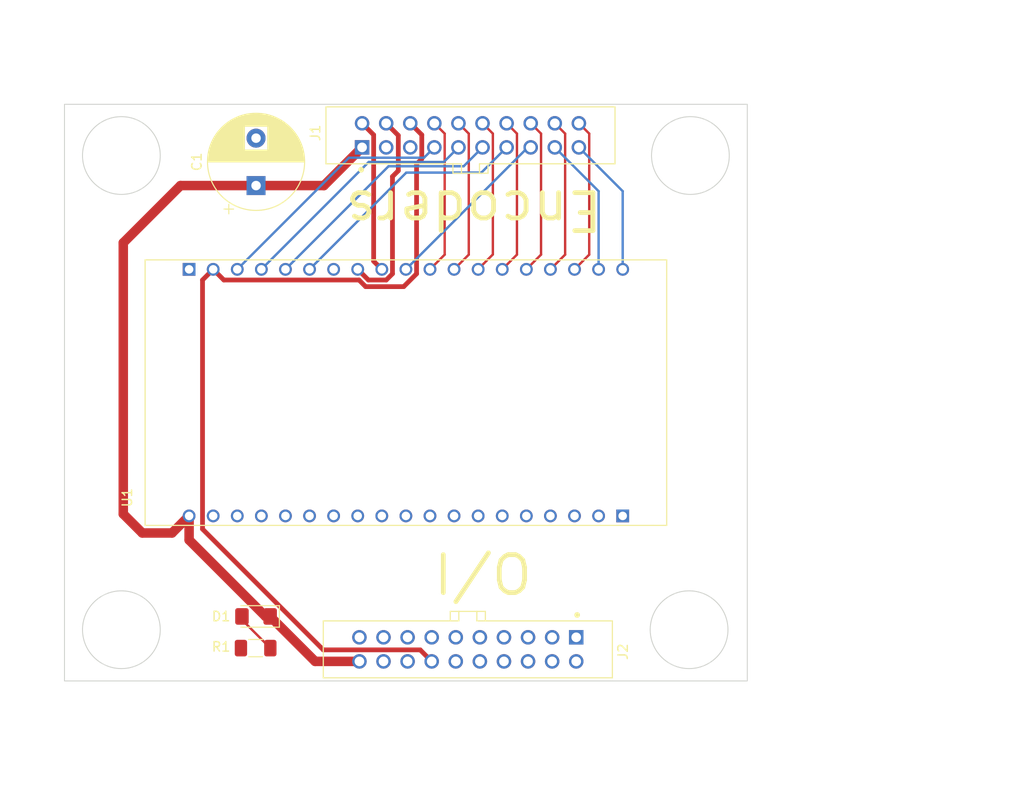
<source format=kicad_pcb>
(kicad_pcb (version 20221018) (generator pcbnew)
  (layers (0 "F.Cu" signal) (31 "B.Cu" signal) (34 "B.Paste" user) (35 "F.Paste" user) (36 "B.SilkS" user "B.Silkscreen") (37 "F.SilkS" user "F.Silkscreen") (38 "B.Mask" user) (39 "F.Mask" user) (44 "Edge.Cuts" user))
  (net 0 "")
  (net 1 "+3.3V")
  (net 2 "GND")
  (net 3 "Net-(D1-A)")
  (net 4 "CLK")
  (net 5 "MISO")
  (net 6 "MOSI")
  (net 7 "CS0_R")
  (net 8 "CS6_L")
  (net 9 "CS1_R")
  (net 10 "CS5_L")
  (net 11 "CS2_R")
  (net 12 "CS4_L")
  (net 13 "CS3_R")
  (net 14 "CS3_L")
  (net 15 "CS4_R")
  (net 16 "CS2_L")
  (net 17 "CS5_R")
  (net 18 "CS1_L")
  (net 19 "CS6_R")
  (net 20 "CS0_L")
  (footprint "Diode_SMD:D_1206_3216Metric_Pad1.42x1.75mm_HandSolder" (layer "F.Cu") (at 54.2 78.6 180)
    (fp_text reference "D1" (at 3.6875 0) (layer "F.SilkS"))
    (fp_text value "LED")
    (fp_line (start -2.46 -1.135) (end -2.46 1.135) (stroke (width 0.12)) (layer "F.SilkS"))
    (fp_line (start -2.46 1.135) (end 1.6 1.135) (stroke (width 0.12)) (layer "F.SilkS"))
    (fp_line (start 1.6 -1.135) (end -2.46 -1.135) (stroke (width 0.12)) (layer "F.SilkS"))
    (pad "1" smd roundrect (at -1.4875 0 180) (size 1.425 1.75) (layers "F.Cu" "F.Paste" "F.Mask") (roundrect_rratio 0.175439) (net 1 "+3.3V"))
    (pad "2" smd roundrect (at 1.4875 0 180) (size 1.425 1.75) (layers "F.Cu" "F.Paste" "F.Mask") (roundrect_rratio 0.175439) (net 3 "Net-(D1-A)"))
  )
  (footprint "Capacitor_THT:CP_Radial_D10.0mm_P5.00mm" (layer "F.Cu") (at 54.2 33.167677 90)
    (fp_text reference "C1" (at 2.5 -6.25 90) (layer "F.SilkS"))
    (fp_text value "C_Polarized")
    (fp_line (start -2.979646 -2.875) (end -1.979646 -2.875) (stroke (width 0.12)) (layer "F.SilkS"))
    (fp_line (start -2.479646 -3.375) (end -2.479646 -2.375) (stroke (width 0.12)) (layer "F.SilkS"))
    (fp_line (start 2.5 -5.08) (end 2.5 5.08) (stroke (width 0.12)) (layer "F.SilkS"))
    (fp_line (start 2.54 -5.08) (end 2.54 5.08) (stroke (width 0.12)) (layer "F.SilkS"))
    (fp_line (start 2.58 -5.08) (end 2.58 5.08) (stroke (width 0.12)) (layer "F.SilkS"))
    (fp_line (start 2.62 -5.079) (end 2.62 5.079) (stroke (width 0.12)) (layer "F.SilkS"))
    (fp_line (start 2.66 -5.078) (end 2.66 5.078) (stroke (width 0.12)) (layer "F.SilkS"))
    (fp_line (start 2.7 -5.077) (end 2.7 5.077) (stroke (width 0.12)) (layer "F.SilkS"))
    (fp_line (start 2.74 -5.075) (end 2.74 5.075) (stroke (width 0.12)) (layer "F.SilkS"))
    (fp_line (start 2.78 -5.073) (end 2.78 5.073) (stroke (width 0.12)) (layer "F.SilkS"))
    (fp_line (start 2.82 -5.07) (end 2.82 5.07) (stroke (width 0.12)) (layer "F.SilkS"))
    (fp_line (start 2.86 -5.068) (end 2.86 5.068) (stroke (width 0.12)) (layer "F.SilkS"))
    (fp_line (start 2.9 -5.065) (end 2.9 5.065) (stroke (width 0.12)) (layer "F.SilkS"))
    (fp_line (start 2.94 -5.062) (end 2.94 5.062) (stroke (width 0.12)) (layer "F.SilkS"))
    (fp_line (start 2.98 -5.058) (end 2.98 5.058) (stroke (width 0.12)) (layer "F.SilkS"))
    (fp_line (start 3.02 -5.054) (end 3.02 5.054) (stroke (width 0.12)) (layer "F.SilkS"))
    (fp_line (start 3.06 -5.05) (end 3.06 5.05) (stroke (width 0.12)) (layer "F.SilkS"))
    (fp_line (start 3.1 -5.045) (end 3.1 5.045) (stroke (width 0.12)) (layer "F.SilkS"))
    (fp_line (start 3.14 -5.04) (end 3.14 5.04) (stroke (width 0.12)) (layer "F.SilkS"))
    (fp_line (start 3.18 -5.035) (end 3.18 5.035) (stroke (width 0.12)) (layer "F.SilkS"))
    (fp_line (start 3.221 -5.03) (end 3.221 5.03) (stroke (width 0.12)) (layer "F.SilkS"))
    (fp_line (start 3.261 -5.024) (end 3.261 5.024) (stroke (width 0.12)) (layer "F.SilkS"))
    (fp_line (start 3.301 -5.018) (end 3.301 5.018) (stroke (width 0.12)) (layer "F.SilkS"))
    (fp_line (start 3.341 -5.011) (end 3.341 5.011) (stroke (width 0.12)) (layer "F.SilkS"))
    (fp_line (start 3.381 -5.004) (end 3.381 5.004) (stroke (width 0.12)) (layer "F.SilkS"))
    (fp_line (start 3.421 -4.997) (end 3.421 4.997) (stroke (width 0.12)) (layer "F.SilkS"))
    (fp_line (start 3.461 -4.99) (end 3.461 4.99) (stroke (width 0.12)) (layer "F.SilkS"))
    (fp_line (start 3.501 -4.982) (end 3.501 4.982) (stroke (width 0.12)) (layer "F.SilkS"))
    (fp_line (start 3.541 -4.974) (end 3.541 4.974) (stroke (width 0.12)) (layer "F.SilkS"))
    (fp_line (start 3.581 -4.965) (end 3.581 4.965) (stroke (width 0.12)) (layer "F.SilkS"))
    (fp_line (start 3.621 -4.956) (end 3.621 4.956) (stroke (width 0.12)) (layer "F.SilkS"))
    (fp_line (start 3.661 -4.947) (end 3.661 4.947) (stroke (width 0.12)) (layer "F.SilkS"))
    (fp_line (start 3.701 -4.938) (end 3.701 4.938) (stroke (width 0.12)) (layer "F.SilkS"))
    (fp_line (start 3.741 -4.928) (end 3.741 4.928) (stroke (width 0.12)) (layer "F.SilkS"))
    (fp_line (start 3.781 -4.918) (end 3.781 -1.241) (stroke (width 0.12)) (layer "F.SilkS"))
    (fp_line (start 3.781 1.241) (end 3.781 4.918) (stroke (width 0.12)) (layer "F.SilkS"))
    (fp_line (start 3.821 -4.907) (end 3.821 -1.241) (stroke (width 0.12)) (layer "F.SilkS"))
    (fp_line (start 3.821 1.241) (end 3.821 4.907) (stroke (width 0.12)) (layer "F.SilkS"))
    (fp_line (start 3.861 -4.897) (end 3.861 -1.241) (stroke (width 0.12)) (layer "F.SilkS"))
    (fp_line (start 3.861 1.241) (end 3.861 4.897) (stroke (width 0.12)) (layer "F.SilkS"))
    (fp_line (start 3.901 -4.885) (end 3.901 -1.241) (stroke (width 0.12)) (layer "F.SilkS"))
    (fp_line (start 3.901 1.241) (end 3.901 4.885) (stroke (width 0.12)) (layer "F.SilkS"))
    (fp_line (start 3.941 -4.874) (end 3.941 -1.241) (stroke (width 0.12)) (layer "F.SilkS"))
    (fp_line (start 3.941 1.241) (end 3.941 4.874) (stroke (width 0.12)) (layer "F.SilkS"))
    (fp_line (start 3.981 -4.862) (end 3.981 -1.241) (stroke (width 0.12)) (layer "F.SilkS"))
    (fp_line (start 3.981 1.241) (end 3.981 4.862) (stroke (width 0.12)) (layer "F.SilkS"))
    (fp_line (start 4.021 -4.85) (end 4.021 -1.241) (stroke (width 0.12)) (layer "F.SilkS"))
    (fp_line (start 4.021 1.241) (end 4.021 4.85) (stroke (width 0.12)) (layer "F.SilkS"))
    (fp_line (start 4.061 -4.837) (end 4.061 -1.241) (stroke (width 0.12)) (layer "F.SilkS"))
    (fp_line (start 4.061 1.241) (end 4.061 4.837) (stroke (width 0.12)) (layer "F.SilkS"))
    (fp_line (start 4.101 -4.824) (end 4.101 -1.241) (stroke (width 0.12)) (layer "F.SilkS"))
    (fp_line (start 4.101 1.241) (end 4.101 4.824) (stroke (width 0.12)) (layer "F.SilkS"))
    (fp_line (start 4.141 -4.811) (end 4.141 -1.241) (stroke (width 0.12)) (layer "F.SilkS"))
    (fp_line (start 4.141 1.241) (end 4.141 4.811) (stroke (width 0.12)) (layer "F.SilkS"))
    (fp_line (start 4.181 -4.797) (end 4.181 -1.241) (stroke (width 0.12)) (layer "F.SilkS"))
    (fp_line (start 4.181 1.241) (end 4.181 4.797) (stroke (width 0.12)) (layer "F.SilkS"))
    (fp_line (start 4.221 -4.783) (end 4.221 -1.241) (stroke (width 0.12)) (layer "F.SilkS"))
    (fp_line (start 4.221 1.241) (end 4.221 4.783) (stroke (width 0.12)) (layer "F.SilkS"))
    (fp_line (start 4.261 -4.768) (end 4.261 -1.241) (stroke (width 0.12)) (layer "F.SilkS"))
    (fp_line (start 4.261 1.241) (end 4.261 4.768) (stroke (width 0.12)) (layer "F.SilkS"))
    (fp_line (start 4.301 -4.754) (end 4.301 -1.241) (stroke (width 0.12)) (layer "F.SilkS"))
    (fp_line (start 4.301 1.241) (end 4.301 4.754) (stroke (width 0.12)) (layer "F.SilkS"))
    (fp_line (start 4.341 -4.738) (end 4.341 -1.241) (stroke (width 0.12)) (layer "F.SilkS"))
    (fp_line (start 4.341 1.241) (end 4.341 4.738) (stroke (width 0.12)) (layer "F.SilkS"))
    (fp_line (start 4.381 -4.723) (end 4.381 -1.241) (stroke (width 0.12)) (layer "F.SilkS"))
    (fp_line (start 4.381 1.241) (end 4.381 4.723) (stroke (width 0.12)) (layer "F.SilkS"))
    (fp_line (start 4.421 -4.707) (end 4.421 -1.241) (stroke (width 0.12)) (layer "F.SilkS"))
    (fp_line (start 4.421 1.241) (end 4.421 4.707) (stroke (width 0.12)) (layer "F.SilkS"))
    (fp_line (start 4.461 -4.69) (end 4.461 -1.241) (stroke (width 0.12)) (layer "F.SilkS"))
    (fp_line (start 4.461 1.241) (end 4.461 4.69) (stroke (width 0.12)) (layer "F.SilkS"))
    (fp_line (start 4.501 -4.674) (end 4.501 -1.241) (stroke (width 0.12)) (layer "F.SilkS"))
    (fp_line (start 4.501 1.241) (end 4.501 4.674) (stroke (width 0.12)) (layer "F.SilkS"))
    (fp_line (start 4.541 -4.657) (end 4.541 -1.241) (stroke (width 0.12)) (layer "F.SilkS"))
    (fp_line (start 4.541 1.241) (end 4.541 4.657) (stroke (width 0.12)) (layer "F.SilkS"))
    (fp_line (start 4.581 -4.639) (end 4.581 -1.241) (stroke (width 0.12)) (layer "F.SilkS"))
    (fp_line (start 4.581 1.241) (end 4.581 4.639) (stroke (width 0.12)) (layer "F.SilkS"))
    (fp_line (start 4.621 -4.621) (end 4.621 -1.241) (stroke (width 0.12)) (layer "F.SilkS"))
    (fp_line (start 4.621 1.241) (end 4.621 4.621) (stroke (width 0.12)) (layer "F.SilkS"))
    (fp_line (start 4.661 -4.603) (end 4.661 -1.241) (stroke (width 0.12)) (layer "F.SilkS"))
    (fp_line (start 4.661 1.241) (end 4.661 4.603) (stroke (width 0.12)) (layer "F.SilkS"))
    (fp_line (start 4.701 -4.584) (end 4.701 -1.241) (stroke (width 0.12)) (layer "F.SilkS"))
    (fp_line (start 4.701 1.241) (end 4.701 4.584) (stroke (width 0.12)) (layer "F.SilkS"))
    (fp_line (start 4.741 -4.564) (end 4.741 -1.241) (stroke (width 0.12)) (layer "F.SilkS"))
    (fp_line (start 4.741 1.241) (end 4.741 4.564) (stroke (width 0.12)) (layer "F.SilkS"))
    (fp_line (start 4.781 -4.545) (end 4.781 -1.241) (stroke (width 0.12)) (layer "F.SilkS"))
    (fp_line (start 4.781 1.241) (end 4.781 4.545) (stroke (width 0.12)) (layer "F.SilkS"))
    (fp_line (start 4.821 -4.525) (end 4.821 -1.241) (stroke (width 0.12)) (layer "F.SilkS"))
    (fp_line (start 4.821 1.241) (end 4.821 4.525) (stroke (width 0.12)) (layer "F.SilkS"))
    (fp_line (start 4.861 -4.504) (end 4.861 -1.241) (stroke (width 0.12)) (layer "F.SilkS"))
    (fp_line (start 4.861 1.241) (end 4.861 4.504) (stroke (width 0.12)) (layer "F.SilkS"))
    (fp_line (start 4.901 -4.483) (end 4.901 -1.241) (stroke (width 0.12)) (layer "F.SilkS"))
    (fp_line (start 4.901 1.241) (end 4.901 4.483) (stroke (width 0.12)) (layer "F.SilkS"))
    (fp_line (start 4.941 -4.462) (end 4.941 -1.241) (stroke (width 0.12)) (layer "F.SilkS"))
    (fp_line (start 4.941 1.241) (end 4.941 4.462) (stroke (width 0.12)) (layer "F.SilkS"))
    (fp_line (start 4.981 -4.44) (end 4.981 -1.241) (stroke (width 0.12)) (layer "F.SilkS"))
    (fp_line (start 4.981 1.241) (end 4.981 4.44) (stroke (width 0.12)) (layer "F.SilkS"))
    (fp_line (start 5.021 -4.417) (end 5.021 -1.241) (stroke (width 0.12)) (layer "F.SilkS"))
    (fp_line (start 5.021 1.241) (end 5.021 4.417) (stroke (width 0.12)) (layer "F.SilkS"))
    (fp_line (start 5.061 -4.395) (end 5.061 -1.241) (stroke (width 0.12)) (layer "F.SilkS"))
    (fp_line (start 5.061 1.241) (end 5.061 4.395) (stroke (width 0.12)) (layer "F.SilkS"))
    (fp_line (start 5.101 -4.371) (end 5.101 -1.241) (stroke (width 0.12)) (layer "F.SilkS"))
    (fp_line (start 5.101 1.241) (end 5.101 4.371) (stroke (width 0.12)) (layer "F.SilkS"))
    (fp_line (start 5.141 -4.347) (end 5.141 -1.241) (stroke (width 0.12)) (layer "F.SilkS"))
    (fp_line (start 5.141 1.241) (end 5.141 4.347) (stroke (width 0.12)) (layer "F.SilkS"))
    (fp_line (start 5.181 -4.323) (end 5.181 -1.241) (stroke (width 0.12)) (layer "F.SilkS"))
    (fp_line (start 5.181 1.241) (end 5.181 4.323) (stroke (width 0.12)) (layer "F.SilkS"))
    (fp_line (start 5.221 -4.298) (end 5.221 -1.241) (stroke (width 0.12)) (layer "F.SilkS"))
    (fp_line (start 5.221 1.241) (end 5.221 4.298) (stroke (width 0.12)) (layer "F.SilkS"))
    (fp_line (start 5.261 -4.273) (end 5.261 -1.241) (stroke (width 0.12)) (layer "F.SilkS"))
    (fp_line (start 5.261 1.241) (end 5.261 4.273) (stroke (width 0.12)) (layer "F.SilkS"))
    (fp_line (start 5.301 -4.247) (end 5.301 -1.241) (stroke (width 0.12)) (layer "F.SilkS"))
    (fp_line (start 5.301 1.241) (end 5.301 4.247) (stroke (width 0.12)) (layer "F.SilkS"))
    (fp_line (start 5.341 -4.221) (end 5.341 -1.241) (stroke (width 0.12)) (layer "F.SilkS"))
    (fp_line (start 5.341 1.241) (end 5.341 4.221) (stroke (width 0.12)) (layer "F.SilkS"))
    (fp_line (start 5.381 -4.194) (end 5.381 -1.241) (stroke (width 0.12)) (layer "F.SilkS"))
    (fp_line (start 5.381 1.241) (end 5.381 4.194) (stroke (width 0.12)) (layer "F.SilkS"))
    (fp_line (start 5.421 -4.166) (end 5.421 -1.241) (stroke (width 0.12)) (layer "F.SilkS"))
    (fp_line (start 5.421 1.241) (end 5.421 4.166) (stroke (width 0.12)) (layer "F.SilkS"))
    (fp_line (start 5.461 -4.138) (end 5.461 -1.241) (stroke (width 0.12)) (layer "F.SilkS"))
    (fp_line (start 5.461 1.241) (end 5.461 4.138) (stroke (width 0.12)) (layer "F.SilkS"))
    (fp_line (start 5.501 -4.11) (end 5.501 -1.241) (stroke (width 0.12)) (layer "F.SilkS"))
    (fp_line (start 5.501 1.241) (end 5.501 4.11) (stroke (width 0.12)) (layer "F.SilkS"))
    (fp_line (start 5.541 -4.08) (end 5.541 -1.241) (stroke (width 0.12)) (layer "F.SilkS"))
    (fp_line (start 5.541 1.241) (end 5.541 4.08) (stroke (width 0.12)) (layer "F.SilkS"))
    (fp_line (start 5.581 -4.05) (end 5.581 -1.241) (stroke (width 0.12)) (layer "F.SilkS"))
    (fp_line (start 5.581 1.241) (end 5.581 4.05) (stroke (width 0.12)) (layer "F.SilkS"))
    (fp_line (start 5.621 -4.02) (end 5.621 -1.241) (stroke (width 0.12)) (layer "F.SilkS"))
    (fp_line (start 5.621 1.241) (end 5.621 4.02) (stroke (width 0.12)) (layer "F.SilkS"))
    (fp_line (start 5.661 -3.989) (end 5.661 -1.241) (stroke (width 0.12)) (layer "F.SilkS"))
    (fp_line (start 5.661 1.241) (end 5.661 3.989) (stroke (width 0.12)) (layer "F.SilkS"))
    (fp_line (start 5.701 -3.957) (end 5.701 -1.241) (stroke (width 0.12)) (layer "F.SilkS"))
    (fp_line (start 5.701 1.241) (end 5.701 3.957) (stroke (width 0.12)) (layer "F.SilkS"))
    (fp_line (start 5.741 -3.925) (end 5.741 -1.241) (stroke (width 0.12)) (layer "F.SilkS"))
    (fp_line (start 5.741 1.241) (end 5.741 3.925) (stroke (width 0.12)) (layer "F.SilkS"))
    (fp_line (start 5.781 -3.892) (end 5.781 -1.241) (stroke (width 0.12)) (layer "F.SilkS"))
    (fp_line (start 5.781 1.241) (end 5.781 3.892) (stroke (width 0.12)) (layer "F.SilkS"))
    (fp_line (start 5.821 -3.858) (end 5.821 -1.241) (stroke (width 0.12)) (layer "F.SilkS"))
    (fp_line (start 5.821 1.241) (end 5.821 3.858) (stroke (width 0.12)) (layer "F.SilkS"))
    (fp_line (start 5.861 -3.824) (end 5.861 -1.241) (stroke (width 0.12)) (layer "F.SilkS"))
    (fp_line (start 5.861 1.241) (end 5.861 3.824) (stroke (width 0.12)) (layer "F.SilkS"))
    (fp_line (start 5.901 -3.789) (end 5.901 -1.241) (stroke (width 0.12)) (layer "F.SilkS"))
    (fp_line (start 5.901 1.241) (end 5.901 3.789) (stroke (width 0.12)) (layer "F.SilkS"))
    (fp_line (start 5.941 -3.753) (end 5.941 -1.241) (stroke (width 0.12)) (layer "F.SilkS"))
    (fp_line (start 5.941 1.241) (end 5.941 3.753) (stroke (width 0.12)) (layer "F.SilkS"))
    (fp_line (start 5.981 -3.716) (end 5.981 -1.241) (stroke (width 0.12)) (layer "F.SilkS"))
    (fp_line (start 5.981 1.241) (end 5.981 3.716) (stroke (width 0.12)) (layer "F.SilkS"))
    (fp_line (start 6.021 -3.679) (end 6.021 -1.241) (stroke (width 0.12)) (layer "F.SilkS"))
    (fp_line (start 6.021 1.241) (end 6.021 3.679) (stroke (width 0.12)) (layer "F.SilkS"))
    (fp_line (start 6.061 -3.64) (end 6.061 -1.241) (stroke (width 0.12)) (layer "F.SilkS"))
    (fp_line (start 6.061 1.241) (end 6.061 3.64) (stroke (width 0.12)) (layer "F.SilkS"))
    (fp_line (start 6.101 -3.601) (end 6.101 -1.241) (stroke (width 0.12)) (layer "F.SilkS"))
    (fp_line (start 6.101 1.241) (end 6.101 3.601) (stroke (width 0.12)) (layer "F.SilkS"))
    (fp_line (start 6.141 -3.561) (end 6.141 -1.241) (stroke (width 0.12)) (layer "F.SilkS"))
    (fp_line (start 6.141 1.241) (end 6.141 3.561) (stroke (width 0.12)) (layer "F.SilkS"))
    (fp_line (start 6.181 -3.52) (end 6.181 -1.241) (stroke (width 0.12)) (layer "F.SilkS"))
    (fp_line (start 6.181 1.241) (end 6.181 3.52) (stroke (width 0.12)) (layer "F.SilkS"))
    (fp_line (start 6.221 -3.478) (end 6.221 -1.241) (stroke (width 0.12)) (layer "F.SilkS"))
    (fp_line (start 6.221 1.241) (end 6.221 3.478) (stroke (width 0.12)) (layer "F.SilkS"))
    (fp_line (start 6.261 -3.436) (end 6.261 3.436) (stroke (width 0.12)) (layer "F.SilkS"))
    (fp_line (start 6.301 -3.392) (end 6.301 3.392) (stroke (width 0.12)) (layer "F.SilkS"))
    (fp_line (start 6.341 -3.347) (end 6.341 3.347) (stroke (width 0.12)) (layer "F.SilkS"))
    (fp_line (start 6.381 -3.301) (end 6.381 3.301) (stroke (width 0.12)) (layer "F.SilkS"))
    (fp_line (start 6.421 -3.254) (end 6.421 3.254) (stroke (width 0.12)) (layer "F.SilkS"))
    (fp_line (start 6.461 -3.206) (end 6.461 3.206) (stroke (width 0.12)) (layer "F.SilkS"))
    (fp_line (start 6.501 -3.156) (end 6.501 3.156) (stroke (width 0.12)) (layer "F.SilkS"))
    (fp_line (start 6.541 -3.106) (end 6.541 3.106) (stroke (width 0.12)) (layer "F.SilkS"))
    (fp_line (start 6.581 -3.054) (end 6.581 3.054) (stroke (width 0.12)) (layer "F.SilkS"))
    (fp_line (start 6.621 -3) (end 6.621 3) (stroke (width 0.12)) (layer "F.SilkS"))
    (fp_line (start 6.661 -2.945) (end 6.661 2.945) (stroke (width 0.12)) (layer "F.SilkS"))
    (fp_line (start 6.701 -2.889) (end 6.701 2.889) (stroke (width 0.12)) (layer "F.SilkS"))
    (fp_line (start 6.741 -2.83) (end 6.741 2.83) (stroke (width 0.12)) (layer "F.SilkS"))
    (fp_line (start 6.781 -2.77) (end 6.781 2.77) (stroke (width 0.12)) (layer "F.SilkS"))
    (fp_line (start 6.821 -2.709) (end 6.821 2.709) (stroke (width 0.12)) (layer "F.SilkS"))
    (fp_line (start 6.861 -2.645) (end 6.861 2.645) (stroke (width 0.12)) (layer "F.SilkS"))
    (fp_line (start 6.901 -2.579) (end 6.901 2.579) (stroke (width 0.12)) (layer "F.SilkS"))
    (fp_line (start 6.941 -2.51) (end 6.941 2.51) (stroke (width 0.12)) (layer "F.SilkS"))
    (fp_line (start 6.981 -2.439) (end 6.981 2.439) (stroke (width 0.12)) (layer "F.SilkS"))
    (fp_line (start 7.021 -2.365) (end 7.021 2.365) (stroke (width 0.12)) (layer "F.SilkS"))
    (fp_line (start 7.061 -2.289) (end 7.061 2.289) (stroke (width 0.12)) (layer "F.SilkS"))
    (fp_line (start 7.101 -2.209) (end 7.101 2.209) (stroke (width 0.12)) (layer "F.SilkS"))
    (fp_line (start 7.141 -2.125) (end 7.141 2.125) (stroke (width 0.12)) (layer "F.SilkS"))
    (fp_line (start 7.181 -2.037) (end 7.181 2.037) (stroke (width 0.12)) (layer "F.SilkS"))
    (fp_line (start 7.221 -1.944) (end 7.221 1.944) (stroke (width 0.12)) (layer "F.SilkS"))
    (fp_line (start 7.261 -1.846) (end 7.261 1.846) (stroke (width 0.12)) (layer "F.SilkS"))
    (fp_line (start 7.301 -1.742) (end 7.301 1.742) (stroke (width 0.12)) (layer "F.SilkS"))
    (fp_line (start 7.341 -1.63) (end 7.341 1.63) (stroke (width 0.12)) (layer "F.SilkS"))
    (fp_line (start 7.381 -1.51) (end 7.381 1.51) (stroke (width 0.12)) (layer "F.SilkS"))
    (fp_line (start 7.421 -1.378) (end 7.421 1.378) (stroke (width 0.12)) (layer "F.SilkS"))
    (fp_line (start 7.461 -1.23) (end 7.461 1.23) (stroke (width 0.12)) (layer "F.SilkS"))
    (fp_line (start 7.501 -1.062) (end 7.501 1.062) (stroke (width 0.12)) (layer "F.SilkS"))
    (fp_line (start 7.541 -0.862) (end 7.541 0.862) (stroke (width 0.12)) (layer "F.SilkS"))
    (fp_line (start 7.581 -0.599) (end 7.581 0.599) (stroke (width 0.12)) (layer "F.SilkS"))
    (fp_circle (center 2.5 0) (end 7.62 0) (stroke (width 0.12)) (fill none) (layer "F.SilkS"))
    (pad "1" thru_hole rect (at 0 0 90) (size 2 2) (drill 1) (layers "*.Cu" "*.Mask") (net 1 "+3.3V"))
    (pad "2" thru_hole circle (at 5 0 90) (size 2 2) (drill 1) (layers "*.Cu" "*.Mask") (net 2 "GND"))
  )
  (footprint "ESP32_NODEMCU:MODULE_ESP32_NODEMCU" (layer "F.Cu") (at 70 55 90)
    (fp_text reference "U1" (at -11.075 -29.385 90) (layer "F.SilkS"))
    (fp_text value "ESP32_NODEMCU")
    (fp_line (start -14 -27.5) (end -14 27.5) (stroke (width 0.127)) (layer "F.SilkS"))
    (fp_line (start -14 -27.5) (end 14 -27.5) (stroke (width 0.127)) (layer "F.SilkS"))
    (fp_line (start -14 27.5) (end 14 27.5) (stroke (width 0.127)) (layer "F.SilkS"))
    (fp_line (start 14 -27.5) (end 14 27.5) (stroke (width 0.127)) (layer "F.SilkS"))
    (pad "" np_thru_hole circle (at -12.5 -26 90) (size 2.25 2.25) (drill 2.25) (layers "*.Cu" "*.Mask"))
    (pad "" np_thru_hole circle (at -12.5 26 90) (size 2.25 2.25) (drill 2.25) (layers "*.Cu" "*.Mask"))
    (pad "" np_thru_hole circle (at 12.5 -26 90) (size 2.25 2.25) (drill 2.25) (layers "*.Cu" "*.Mask"))
    (pad "" np_thru_hole circle (at 12.5 26 90) (size 2.25 2.25) (drill 2.25) (layers "*.Cu" "*.Mask"))
    (pad "J4_1" thru_hole rect (at 13 -22.86 90) (size 1.35 1.35) (drill 0.9) (layers "*.Cu" "*.Mask") (net 2 "GND"))
    (pad "J4_2" thru_hole circle (at 13 -20.32 90) (size 1.35 1.35) (drill 0.9) (layers "*.Cu" "*.Mask") (net 6 "MOSI"))
    (pad "J4_3" thru_hole circle (at 13 -17.78 90) (size 1.35 1.35) (drill 0.9) (layers "*.Cu" "*.Mask") (net 7 "CS0_R"))
    (pad "J4_4" thru_hole circle (at 13 -15.24 90) (size 1.35 1.35) (drill 0.9) (layers "*.Cu" "*.Mask") (net 9 "CS1_R"))
    (pad "J4_5" thru_hole circle (at 13 -12.7 90) (size 1.35 1.35) (drill 0.9) (layers "*.Cu" "*.Mask") (net 11 "CS2_R"))
    (pad "J4_6" thru_hole circle (at 13 -10.16 90) (size 1.35 1.35) (drill 0.9) (layers "*.Cu" "*.Mask") (net 13 "CS3_R"))
    (pad "J4_7" thru_hole circle (at 13 -7.62 90) (size 1.35 1.35) (drill 0.9) (layers "*.Cu" "*.Mask") (net 2 "GND"))
    (pad "J4_8" thru_hole circle (at 13 -5.08 90) (size 1.35 1.35) (drill 0.9) (layers "*.Cu" "*.Mask") (net 5 "MISO"))
    (pad "J4_9" thru_hole circle (at 13 -2.54 90) (size 1.35 1.35) (drill 0.9) (layers "*.Cu" "*.Mask") (net 4 "CLK"))
    (pad "J4_10" thru_hole circle (at 13 0 90) (size 1.35 1.35) (drill 0.9) (layers "*.Cu" "*.Mask") (net 15 "CS4_R"))
    (pad "J4_11" thru_hole circle (at 13 2.54 90) (size 1.35 1.35) (drill 0.9) (layers "*.Cu" "*.Mask") (net 8 "CS6_L"))
    (pad "J4_12" thru_hole circle (at 13 5.08 90) (size 1.35 1.35) (drill 0.9) (layers "*.Cu" "*.Mask") (net 10 "CS5_L"))
    (pad "J4_13" thru_hole circle (at 13 7.62 90) (size 1.35 1.35) (drill 0.9) (layers "*.Cu" "*.Mask") (net 12 "CS4_L"))
    (pad "J4_14" thru_hole circle (at 13 10.16 90) (size 1.35 1.35) (drill 0.9) (layers "*.Cu" "*.Mask") (net 14 "CS3_L"))
    (pad "J4_15" thru_hole circle (at 13 12.7 90) (size 1.35 1.35) (drill 0.9) (layers "*.Cu" "*.Mask") (net 16 "CS2_L"))
    (pad "J4_16" thru_hole circle (at 13 15.24 90) (size 1.35 1.35) (drill 0.9) (layers "*.Cu" "*.Mask") (net 18 "CS1_L"))
    (pad "J4_17" thru_hole circle (at 13 17.78 90) (size 1.35 1.35) (drill 0.9) (layers "*.Cu" "*.Mask") (net 20 "CS0_L"))
    (pad "J4_18" thru_hole circle (at 13 20.32 90) (size 1.35 1.35) (drill 0.9) (layers "*.Cu" "*.Mask") (net 17 "CS5_R"))
    (pad "J4_19" thru_hole circle (at 13 22.86 90) (size 1.35 1.35) (drill 0.9) (layers "*.Cu" "*.Mask") (net 19 "CS6_R"))
    (pad "J5_1" thru_hole rect (at -13 22.86 90) (size 1.35 1.35) (drill 0.9) (layers "*.Cu" "*.Mask"))
    (pad "J5_2" thru_hole circle (at -13 20.32 90) (size 1.35 1.35) (drill 0.9) (layers "*.Cu" "*.Mask"))
    (pad "J5_3" thru_hole circle (at -13 17.78 90) (size 1.35 1.35) (drill 0.9) (layers "*.Cu" "*.Mask"))
    (pad "J5_4" thru_hole circle (at -13 15.24 90) (size 1.35 1.35) (drill 0.9) (layers "*.Cu" "*.Mask"))
    (pad "J5_5" thru_hole circle (at -13 12.7 90) (size 1.35 1.35) (drill 0.9) (layers "*.Cu" "*.Mask"))
    (pad "J5_6" thru_hole circle (at -13 10.16 90) (size 1.35 1.35) (drill 0.9) (layers "*.Cu" "*.Mask") (net 2 "GND"))
    (pad "J5_7" thru_hole circle (at -13 7.62 90) (size 1.35 1.35) (drill 0.9) (layers "*.Cu" "*.Mask"))
    (pad "J5_8" thru_hole circle (at -13 5.08 90) (size 1.35 1.35) (drill 0.9) (layers "*.Cu" "*.Mask"))
    (pad "J5_9" thru_hole circle (at -13 2.54 90) (size 1.35 1.35) (drill 0.9) (layers "*.Cu" "*.Mask"))
    (pad "J5_10" thru_hole circle (at -13 0 90) (size 1.35 1.35) (drill 0.9) (layers "*.Cu" "*.Mask"))
    (pad "J5_11" thru_hole circle (at -13 -2.54 90) (size 1.35 1.35) (drill 0.9) (layers "*.Cu" "*.Mask"))
    (pad "J5_12" thru_hole circle (at -13 -5.08 90) (size 1.35 1.35) (drill 0.9) (layers "*.Cu" "*.Mask"))
    (pad "J5_13" thru_hole circle (at -13 -7.62 90) (size 1.35 1.35) (drill 0.9) (layers "*.Cu" "*.Mask"))
    (pad "J5_14" thru_hole circle (at -13 -10.16 90) (size 1.35 1.35) (drill 0.9) (layers "*.Cu" "*.Mask"))
    (pad "J5_15" thru_hole circle (at -13 -12.7 90) (size 1.35 1.35) (drill 0.9) (layers "*.Cu" "*.Mask"))
    (pad "J5_16" thru_hole circle (at -13 -15.24 90) (size 1.35 1.35) (drill 0.9) (layers "*.Cu" "*.Mask"))
    (pad "J5_17" thru_hole circle (at -13 -17.78 90) (size 1.35 1.35) (drill 0.9) (layers "*.Cu" "*.Mask"))
    (pad "J5_18" thru_hole circle (at -13 -20.32 90) (size 1.35 1.35) (drill 0.9) (layers "*.Cu" "*.Mask"))
    (pad "J5_19" thru_hole circle (at -13 -22.86 90) (size 1.35 1.35) (drill 0.9) (layers "*.Cu" "*.Mask") (net 1 "+3.3V"))
  )
  (footprint "SFH11-PBPC-D10-ST-BK:SULLINS_SFH11-PBPC-D10-ST-BK" (layer "F.Cu") (at 76.81 27.87 90)
    (fp_text reference "J1" (at 0.254485 -16.356695 90) (layer "F.SilkS") (effects (font (size 1.001882 1.001882))))
    (fp_text value "Encoder")
    (fp_line (start -4 -1.85) (end -4 -0.95) (stroke (width 0.127)) (layer "F.SilkS"))
    (fp_line (start -4 -0.95) (end -4 0.95) (stroke (width 0.127)) (layer "F.SilkS"))
    (fp_line (start -4 0.95) (end -4 1.85) (stroke (width 0.127)) (layer "F.SilkS"))
    (fp_line (start -4 0.95) (end -3 0.95) (stroke (width 0.127)) (layer "F.SilkS"))
    (fp_line (start -4 1.85) (end -3 1.85) (stroke (width 0.127)) (layer "F.SilkS"))
    (fp_line (start -3 -15.24) (end 3 -15.24) (stroke (width 0.127)) (layer "F.SilkS"))
    (fp_line (start -3 -1.85) (end -4 -1.85) (stroke (width 0.127)) (layer "F.SilkS"))
    (fp_line (start -3 -1.85) (end -3 -15.24) (stroke (width 0.127)) (layer "F.SilkS"))
    (fp_line (start -3 -1.85) (end -3 -0.95) (stroke (width 0.127)) (layer "F.SilkS"))
    (fp_line (start -3 -0.95) (end -4 -0.95) (stroke (width 0.127)) (layer "F.SilkS"))
    (fp_line (start -3 0.95) (end -3 1.85) (stroke (width 0.127)) (layer "F.SilkS"))
    (fp_line (start -3 15.24) (end -3 1.85) (stroke (width 0.127)) (layer "F.SilkS"))
    (fp_line (start 3 -15.24) (end 3 15.24) (stroke (width 0.127)) (layer "F.SilkS"))
    (fp_line (start 3 15.24) (end -3 15.24) (stroke (width 0.127)) (layer "F.SilkS"))
    (fp_circle (center -3.626 -11.53) (end -3.476 -11.53) (stroke (width 0.3)) (fill none) (layer "F.SilkS"))
    (pad "1" thru_hole rect (at -1.27 -11.43 90) (size 1.53 1.53) (drill 1.02) (layers "*.Cu" "*.Mask") (net 1 "+3.3V"))
    (pad "2" thru_hole circle (at 1.27 -11.43 90) (size 1.53 1.53) (drill 1.02) (layers "*.Cu" "*.Mask") (net 4 "CLK"))
    (pad "3" thru_hole circle (at -1.27 -8.89 90) (size 1.53 1.53) (drill 1.02) (layers "*.Cu" "*.Mask") (net 2 "GND"))
    (pad "4" thru_hole circle (at 1.27 -8.89 90) (size 1.53 1.53) (drill 1.02) (layers "*.Cu" "*.Mask") (net 5 "MISO"))
    (pad "5" thru_hole circle (at -1.27 -6.35 90) (size 1.53 1.53) (drill 1.02) (layers "*.Cu" "*.Mask") (net 2 "GND"))
    (pad "6" thru_hole circle (at 1.27 -6.35 90) (size 1.53 1.53) (drill 1.02) (layers "*.Cu" "*.Mask") (net 6 "MOSI"))
    (pad "7" thru_hole circle (at -1.27 -3.81 90) (size 1.53 1.53) (drill 1.02) (layers "*.Cu" "*.Mask") (net 7 "CS0_R"))
    (pad "8" thru_hole circle (at 1.27 -3.81 90) (size 1.53 1.53) (drill 1.02) (layers "*.Cu" "*.Mask") (net 8 "CS6_L"))
    (pad "9" thru_hole circle (at -1.27 -1.27 90) (size 1.53 1.53) (drill 1.02) (layers "*.Cu" "*.Mask") (net 9 "CS1_R"))
    (pad "10" thru_hole circle (at 1.27 -1.27 90) (size 1.53 1.53) (drill 1.02) (layers "*.Cu" "*.Mask") (net 10 "CS5_L"))
    (pad "11" thru_hole circle (at -1.27 1.27 90) (size 1.53 1.53) (drill 1.02) (layers "*.Cu" "*.Mask") (net 11 "CS2_R"))
    (pad "12" thru_hole circle (at 1.27 1.27 90) (size 1.53 1.53) (drill 1.02) (layers "*.Cu" "*.Mask") (net 12 "CS4_L"))
    (pad "13" thru_hole circle (at -1.27 3.81 90) (size 1.53 1.53) (drill 1.02) (layers "*.Cu" "*.Mask") (net 13 "CS3_R"))
    (pad "14" thru_hole circle (at 1.27 3.81 90) (size 1.53 1.53) (drill 1.02) (layers "*.Cu" "*.Mask") (net 14 "CS3_L"))
    (pad "15" thru_hole circle (at -1.27 6.35 90) (size 1.53 1.53) (drill 1.02) (layers "*.Cu" "*.Mask") (net 15 "CS4_R"))
    (pad "16" thru_hole circle (at 1.27 6.35 90) (size 1.53 1.53) (drill 1.02) (layers "*.Cu" "*.Mask") (net 16 "CS2_L"))
    (pad "17" thru_hole circle (at -1.27 8.89 90) (size 1.53 1.53) (drill 1.02) (layers "*.Cu" "*.Mask") (net 17 "CS5_R"))
    (pad "18" thru_hole circle (at 1.27 8.89 90) (size 1.53 1.53) (drill 1.02) (layers "*.Cu" "*.Mask") (net 18 "CS1_L"))
    (pad "19" thru_hole circle (at -1.27 11.43 90) (size 1.53 1.53) (drill 1.02) (layers "*.Cu" "*.Mask") (net 19 "CS6_R"))
    (pad "20" thru_hole circle (at 1.27 11.43 90) (size 1.53 1.53) (drill 1.02) (layers "*.Cu" "*.Mask") (net 20 "CS0_L"))
  )
  (footprint "Resistor_SMD:R_1206_3216Metric_Pad1.30x1.75mm_HandSolder" (layer "F.Cu") (at 54.155 81.94)
    (fp_text reference "R1" (at -3.6425 -0.14) (layer "F.SilkS"))
    (fp_text value "150")
    (fp_line (start -0.727064 -0.91) (end 0.727064 -0.91) (stroke (width 0.12)) (layer "F.SilkS"))
    (fp_line (start -0.727064 0.91) (end 0.727064 0.91) (stroke (width 0.12)) (layer "F.SilkS"))
    (pad "1" smd roundrect (at -1.55 0) (size 1.3 1.75) (layers "F.Cu" "F.Paste" "F.Mask") (roundrect_rratio 0.192308) (net 2 "GND"))
    (pad "2" smd roundrect (at 1.55 0) (size 1.3 1.75) (layers "F.Cu" "F.Paste" "F.Mask") (roundrect_rratio 0.192308) (net 3 "Net-(D1-A)"))
  )
  (footprint "SFH11-PBPC-D10-ST-BK:SULLINS_SFH11-PBPC-D10-ST-BK" (layer "F.Cu") (at 76.53 82.07 -90)
    (fp_text reference "J2" (at 0.254485 -16.356695 90) (layer "F.SilkS") (effects (font (size 1.001882 1.001882))))
    (fp_text value "IO")
    (fp_line (start -4 -1.85) (end -4 -0.95) (stroke (width 0.127)) (layer "F.SilkS"))
    (fp_line (start -4 -0.95) (end -4 0.95) (stroke (width 0.127)) (layer "F.SilkS"))
    (fp_line (start -4 0.95) (end -4 1.85) (stroke (width 0.127)) (layer "F.SilkS"))
    (fp_line (start -4 0.95) (end -3 0.95) (stroke (width 0.127)) (layer "F.SilkS"))
    (fp_line (start -4 1.85) (end -3 1.85) (stroke (width 0.127)) (layer "F.SilkS"))
    (fp_line (start -3 -15.24) (end 3 -15.24) (stroke (width 0.127)) (layer "F.SilkS"))
    (fp_line (start -3 -1.85) (end -4 -1.85) (stroke (width 0.127)) (layer "F.SilkS"))
    (fp_line (start -3 -1.85) (end -3 -15.24) (stroke (width 0.127)) (layer "F.SilkS"))
    (fp_line (start -3 -1.85) (end -3 -0.95) (stroke (width 0.127)) (layer "F.SilkS"))
    (fp_line (start -3 -0.95) (end -4 -0.95) (stroke (width 0.127)) (layer "F.SilkS"))
    (fp_line (start -3 0.95) (end -3 1.85) (stroke (width 0.127)) (layer "F.SilkS"))
    (fp_line (start -3 15.24) (end -3 1.85) (stroke (width 0.127)) (layer "F.SilkS"))
    (fp_line (start 3 -15.24) (end 3 15.24) (stroke (width 0.127)) (layer "F.SilkS"))
    (fp_line (start 3 15.24) (end -3 15.24) (stroke (width 0.127)) (layer "F.SilkS"))
    (fp_circle (center -3.626 -11.53) (end -3.476 -11.53) (stroke (width 0.3)) (fill none) (layer "F.SilkS"))
    (pad "1" thru_hole rect (at -1.27 -11.43 270) (size 1.53 1.53) (drill 1.02) (layers "*.Cu" "*.Mask"))
    (pad "2" thru_hole circle (at 1.27 -11.43 270) (size 1.53 1.53) (drill 1.02) (layers "*.Cu" "*.Mask"))
    (pad "3" thru_hole circle (at -1.27 -8.89 270) (size 1.53 1.53) (drill 1.02) (layers "*.Cu" "*.Mask"))
    (pad "4" thru_hole circle (at 1.27 -8.89 270) (size 1.53 1.53) (drill 1.02) (layers "*.Cu" "*.Mask"))
    (pad "5" thru_hole circle (at -1.27 -6.35 270) (size 1.53 1.53) (drill 1.02) (layers "*.Cu" "*.Mask"))
    (pad "6" thru_hole circle (at 1.27 -6.35 270) (size 1.53 1.53) (drill 1.02) (layers "*.Cu" "*.Mask"))
    (pad "7" thru_hole circle (at -1.27 -3.81 270) (size 1.53 1.53) (drill 1.02) (layers "*.Cu" "*.Mask"))
    (pad "8" thru_hole circle (at 1.27 -3.81 270) (size 1.53 1.53) (drill 1.02) (layers "*.Cu" "*.Mask"))
    (pad "9" thru_hole circle (at -1.27 -1.27 270) (size 1.53 1.53) (drill 1.02) (layers "*.Cu" "*.Mask"))
    (pad "10" thru_hole circle (at 1.27 -1.27 270) (size 1.53 1.53) (drill 1.02) (layers "*.Cu" "*.Mask") (net 4 "CLK"))
    (pad "11" thru_hole circle (at -1.27 1.27 270) (size 1.53 1.53) (drill 1.02) (layers "*.Cu" "*.Mask"))
    (pad "12" thru_hole circle (at 1.27 1.27 270) (size 1.53 1.53) (drill 1.02) (layers "*.Cu" "*.Mask") (net 5 "MISO"))
    (pad "13" thru_hole circle (at -1.27 3.81 270) (size 1.53 1.53) (drill 1.02) (layers "*.Cu" "*.Mask"))
    (pad "14" thru_hole circle (at 1.27 3.81 270) (size 1.53 1.53) (drill 1.02) (layers "*.Cu" "*.Mask") (net 6 "MOSI"))
    (pad "15" thru_hole circle (at -1.27 6.35 270) (size 1.53 1.53) (drill 1.02) (layers "*.Cu" "*.Mask"))
    (pad "16" thru_hole circle (at 1.27 6.35 270) (size 1.53 1.53) (drill 1.02) (layers "*.Cu" "*.Mask") (net 2 "GND"))
    (pad "17" thru_hole circle (at -1.27 8.89 270) (size 1.53 1.53) (drill 1.02) (layers "*.Cu" "*.Mask"))
    (pad "18" thru_hole circle (at 1.27 8.89 270) (size 1.53 1.53) (drill 1.02) (layers "*.Cu" "*.Mask") (net 2 "GND"))
    (pad "19" thru_hole circle (at -1.27 11.43 270) (size 1.53 1.53) (drill 1.02) (layers "*.Cu" "*.Mask"))
    (pad "20" thru_hole circle (at 1.27 11.43 270) (size 1.53 1.53) (drill 1.02) (layers "*.Cu" "*.Mask") (net 1 "+3.3V"))
  )
  (gr_circle (center 99.86 80) (end 103.96 80) (stroke (width 0.1)) (fill none) (layer "Edge.Cuts"))
  (gr_circle (center 40 80) (end 44.1 80) (stroke (width 0.1)) (fill none) (layer "Edge.Cuts"))
  (gr_rect (start 34 24.6) (end 106 85.4) (stroke (width 0.1)) (fill none) (layer "Edge.Cuts"))
  (gr_circle (center 40 30) (end 44.1 30) (stroke (width 0.1)) (fill none) (layer "Edge.Cuts"))
  (gr_circle (center 100 30) (end 104.1 30) (stroke (width 0.1)) (fill none) (layer "Edge.Cuts"))
  (gr_text "I/O\n" (at 72.66 76.6) (layer "F.SilkS") (effects (font (size 4 4) (thickness 0.5)) (justify left bottom)))
  (gr_text "Encoders" (at 91 33.4 180) (layer "F.SilkS") (effects (font (size 4 4) (thickness 0.5)) (justify left bottom)))
  (segment (start 55.2 78.6) (end 55.6875 78.6) (width 1) (layer "F.Cu") (net 1))
  (segment (start 47.14 70.54) (end 55.2 78.6) (width 1) (layer "F.Cu") (net 1))
  (segment (start 55.6875 78.6) (end 60.4275 83.34) (width 1) (layer "F.Cu") (net 1))
  (segment (start 42.2 69.8) (end 45.34 69.8) (width 1) (layer "F.Cu") (net 1))
  (segment (start 47.14 70.54) (end 47.14 68) (width 1) (layer "F.Cu") (net 1))
  (segment (start 61.352323 33.167677) (end 65.38 29.14) (width 1) (layer "F.Cu") (net 1))
  (segment (start 60.4275 83.34) (end 65.1 83.34) (width 1) (layer "F.Cu") (net 1))
  (segment (start 54.2 33.167677) (end 61.352323 33.167677) (width 1) (layer "F.Cu") (net 1))
  (segment (start 46.232323 33.167677) (end 40.2 39.2) (width 1) (layer "F.Cu") (net 1))
  (segment (start 40.2 39.2) (end 40.2 67.8) (width 1) (layer "F.Cu") (net 1))
  (segment (start 45.34 69.8) (end 47.14 68) (width 1) (layer "F.Cu") (net 1))
  (segment (start 40.2 67.8) (end 42.2 69.8) (width 1) (layer "F.Cu") (net 1))
  (segment (start 54.2 33.167677) (end 46.232323 33.167677) (width 1) (layer "F.Cu") (net 1))
  (segment (start 52.7125 78.9475) (end 52.7125 78.6) (width 0.25) (layer "F.Cu") (net 3))
  (segment (start 55.705 81.94) (end 52.7125 78.9475) (width 0.25) (layer "F.Cu") (net 3))
  (segment (start 66.6 41.14) (end 66.6 27.82) (width 0.5) (layer "F.Cu") (net 4))
  (segment (start 67.46 42) (end 66.6 41.14) (width 0.5) (layer "F.Cu") (net 4))
  (segment (start 66.6 27.82) (end 65.38 26.6) (width 0.5) (layer "F.Cu") (net 4))
  (segment (start 67.925991 43.125) (end 66.045 43.125) (width 0.5) (layer "F.Cu") (net 5))
  (segment (start 68.585 32.215) (end 68.585 42.465991) (width 0.5) (layer "F.Cu") (net 5))
  (segment (start 68.585 42.465991) (end 67.925991 43.125) (width 0.5) (layer "F.Cu") (net 5))
  (segment (start 67.92 26.6) (end 69.2 27.88) (width 0.5) (layer "F.Cu") (net 5))
  (segment (start 69.2 31.6) (end 68.585 32.215) (width 0.5) (layer "F.Cu") (net 5))
  (segment (start 69.2 27.88) (end 69.2 31.6) (width 0.5) (layer "F.Cu") (net 5))
  (segment (start 66.045 43.125) (end 64.92 42) (width 0.5) (layer "F.Cu") (net 5))
  (segment (start 61.289949 82.125) (end 71.505 82.125) (width 0.5) (layer "F.Cu") (net 6))
  (segment (start 48.555 69.390051) (end 61.289949 82.125) (width 0.5) (layer "F.Cu") (net 6))
  (segment (start 71.675 27.815) (end 70.46 26.6) (width 0.5) (layer "F.Cu") (net 6))
  (segment (start 71.675 30.355) (end 71.675 27.815) (width 0.5) (layer "F.Cu") (net 6))
  (segment (start 69.765991 43.825) (end 71.125 42.465991) (width 0.5) (layer "F.Cu") (net 6))
  (segment (start 65.755051 43.825) (end 69.765991 43.825) (width 0.5) (layer "F.Cu") (net 6))
  (segment (start 71.505 82.125) (end 72.72 83.34) (width 0.5) (layer "F.Cu") (net 6))
  (segment (start 65.755051 43.825) (end 65.055051 43.125) (width 0.5) (layer "F.Cu") (net 6))
  (segment (start 48.555 43.125) (end 48.555 69.390051) (width 0.5) (layer "F.Cu") (net 6))
  (segment (start 71.125 42.465991) (end 71.125 30.905) (width 0.5) (layer "F.Cu") (net 6))
  (segment (start 49.68 42) (end 48.555 43.125) (width 0.5) (layer "F.Cu") (net 6))
  (segment (start 71.125 30.905) (end 71.675 30.355) (width 0.5) (layer "F.Cu") (net 6))
  (segment (start 65.055051 43.125) (end 50.805 43.125) (width 0.5) (layer "F.Cu") (net 6))
  (segment (start 50.805 43.125) (end 49.68 42) (width 0.5) (layer "F.Cu") (net 6))
  (segment (start 52.22 42) (end 63.99 30.23) (width 0.25) (layer "B.Cu") (net 7))
  (segment (start 71.91 30.23) (end 73 29.14) (width 0.25) (layer "B.Cu") (net 7))
  (segment (start 63.99 30.23) (end 71.91 30.23) (width 0.25) (layer "B.Cu") (net 7))
  (segment (start 74.09 27.69) (end 73 26.6) (width 0.25) (layer "F.Cu") (net 8))
  (segment (start 72.54 42) (end 74.09 40.45) (width 0.25) (layer "F.Cu") (net 8))
  (segment (start 74.09 40.45) (end 74.09 27.69) (width 0.25) (layer "F.Cu") (net 8))
  (segment (start 74 30.68) (end 75.54 29.14) (width 0.25) (layer "B.Cu") (net 9))
  (segment (start 66.08 30.68) (end 74 30.68) (width 0.25) (layer "B.Cu") (net 9))
  (segment (start 54.76 42) (end 66.08 30.68) (width 0.25) (layer "B.Cu") (net 9))
  (segment (start 76.63 40.45) (end 76.63 27.69) (width 0.25) (layer "F.Cu") (net 10))
  (segment (start 76.63 27.69) (end 75.54 26.6) (width 0.25) (layer "F.Cu") (net 10))
  (segment (start 75.08 42) (end 76.63 40.45) (width 0.25) (layer "F.Cu") (net 10))
  (segment (start 68.17 31.13) (end 76.09 31.13) (width 0.25) (layer "B.Cu") (net 11))
  (segment (start 57.3 42) (end 68.17 31.13) (width 0.25) (layer "B.Cu") (net 11))
  (segment (start 76.09 31.13) (end 78.08 29.14) (width 0.25) (layer "B.Cu") (net 11))
  (segment (start 77.62 41.98) (end 79.17 40.43) (width 0.25) (layer "F.Cu") (net 12))
  (segment (start 79.17 40.43) (end 79.17 27.69) (width 0.25) (layer "F.Cu") (net 12))
  (segment (start 77.62 42) (end 77.62 41.98) (width 0.25) (layer "F.Cu") (net 12))
  (segment (start 79.17 27.69) (end 78.08 26.6) (width 0.25) (layer "F.Cu") (net 12))
  (segment (start 59.84 42) (end 70.04 31.8) (width 0.25) (layer "B.Cu") (net 13))
  (segment (start 77.96 31.8) (end 80.62 29.14) (width 0.25) (layer "B.Cu") (net 13))
  (segment (start 70.04 31.8) (end 77.96 31.8) (width 0.25) (layer "B.Cu") (net 13))
  (segment (start 80.16 42) (end 81.71 40.45) (width 0.25) (layer "F.Cu") (net 14))
  (segment (start 81.71 27.69) (end 80.62 26.6) (width 0.25) (layer "F.Cu") (net 14))
  (segment (start 81.71 40.45) (end 81.71 27.69) (width 0.25) (layer "F.Cu") (net 14))
  (segment (start 82.86 29.14) (end 83.16 29.14) (width 0.25) (layer "B.Cu") (net 15))
  (segment (start 70 42) (end 82.86 29.14) (width 0.25) (layer "B.Cu") (net 15))
  (segment (start 84.25 40.45) (end 84.25 27.69) (width 0.25) (layer "F.Cu") (net 16))
  (segment (start 82.7 42) (end 84.25 40.45) (width 0.25) (layer "F.Cu") (net 16))
  (segment (start 84.25 27.69) (end 83.16 26.6) (width 0.25) (layer "F.Cu") (net 16))
  (segment (start 90.32 33.76) (end 85.7 29.14) (width 0.25) (layer "B.Cu") (net 17))
  (segment (start 90.32 42) (end 90.32 33.76) (width 0.25) (layer "B.Cu") (net 17))
  (segment (start 86.79 27.69) (end 85.7 26.6) (width 0.25) (layer "F.Cu") (net 18))
  (segment (start 86.79 40.45) (end 86.79 27.69) (width 0.25) (layer "F.Cu") (net 18))
  (segment (start 85.24 42) (end 86.79 40.45) (width 0.25) (layer "F.Cu") (net 18))
  (segment (start 92.86 33.76) (end 88.24 29.14) (width 0.25) (layer "B.Cu") (net 19))
  (segment (start 92.86 42) (end 92.86 33.76) (width 0.25) (layer "B.Cu") (net 19))
  (segment (start 87.78 42) (end 89.33 40.45) (width 0.25) (layer "F.Cu") (net 20))
  (segment (start 89.33 27.69) (end 88.24 26.6) (width 0.25) (layer "F.Cu") (net 20))
  (segment (start 89.33 40.45) (end 89.33 27.69) (width 0.25) (layer "F.Cu") (net 20))
)
</source>
